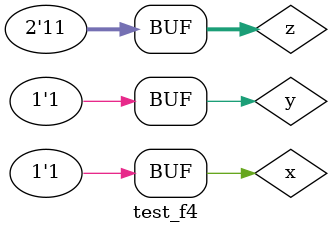
<source format=v>
module BOX1 (output s1,input e1,input e2,input e3,
input e4,input [1:0] c1);
  
wire temp1,temp2,temp3,temp4,notc0,notc1;

not NOT1 (notc0,c1[0]);
not NOT2 (notc1,c1[1]);
and AND1 (temp1,e1,notc0,notc1);
and AND2 (temp2,e2,notc1,c1[0]);
and AND3 (temp3,e3,c1[1],notc0);
and AND4 (temp4,e4,c1[0],c1[1]);
or OR1 (s1,temp1,temp2,temp3,temp4);

endmodule//BOX1

module BOX2 (output s,input a,input b,input [1:0] CH);

wire e1,e2,e3,e4,c1;

or OR2 (e1,a,b);
nor NOR1 (e2,a,b);
xor XOR1 (e3,a,b);
xnor XNOR1 (e4,a,b);
BOX1 selec (s,e1,e2,e3,e4,CH);
endmodule//BOX2

module test_f4;
// ------------------------- definir dados
reg  x,y;
reg [1:0] z;
wire s,r; 
BOX2 modulo1 ( s, x, y, z);
// ------------------------- parte principal
initial begin  
$display("Exemplo0034 - Lucas Cardoso - 441694");
$display("Test LU's module");
x ='b0; y ='b0; z =2'b00; 
// projetar testes do modulo 
$display("\na b CH s");
#1 $monitor("%b %b %b %b",x,y,z,s);
#1 x ='b0; y ='b1; z =2'b00;  
#1 x ='b1; y ='b0; z =2'b00;
#1 x ='b1; y ='b1; z =2'b00;

x ='b0; y ='b0; z =2'b01; 
#1 x ='b0; y ='b1; z =2'b01;  
#1 x ='b1; y ='b0; z =2'b01;
#1 x ='b1; y ='b1; z =2'b01;

x ='b0; y ='b0; z =2'b10; 
#1 x ='b0; y ='b1; z =2'b10;  
#1 x ='b1; y ='b0; z =2'b10;
#1 x ='b1; y ='b1; z =2'b10;

x ='b0; y ='b0; z =2'b11; 
#1 x ='b0; y ='b1; z =2'b11;  
#1 x ='b1; y ='b0; z =2'b11;
#1 x ='b1; y ='b1; z =2'b11;

end
endmodule // test_f4
</source>
